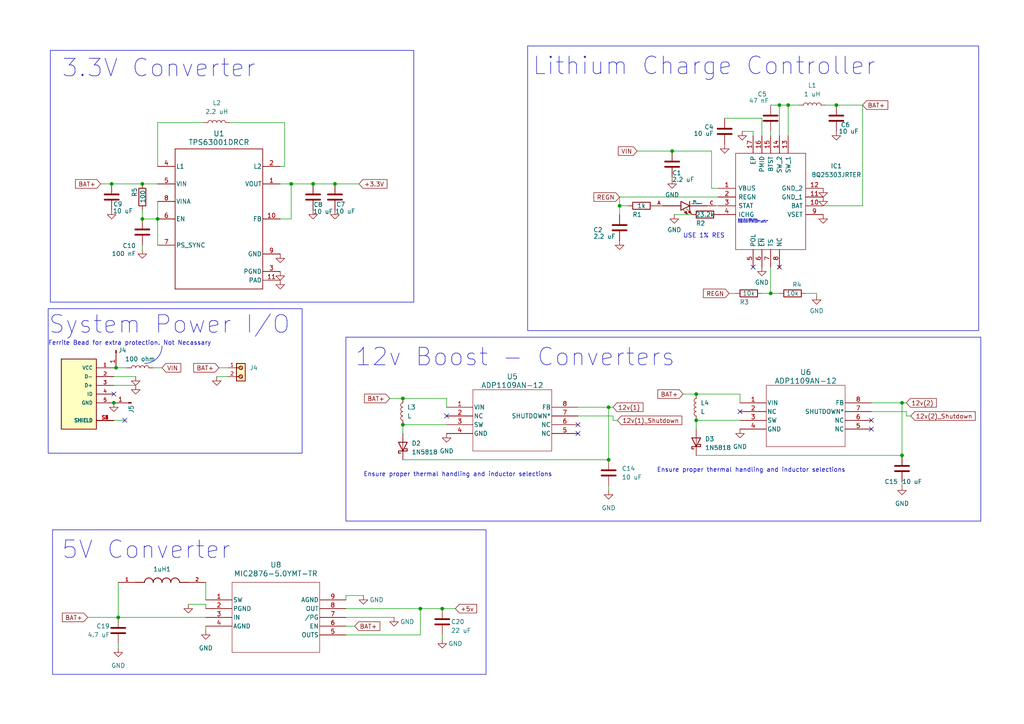
<source format=kicad_sch>
(kicad_sch (version 20230121) (generator eeschema)
  (paper "A4")
  (lib_symbols
    (symbol "(5v) Power Inductor:VLS252012HBX-1R0M-1" (pin_names (offset 1.016))
      (property "Reference" "L" (at -10.16 5.08 0))
      (property "Value" "VLS252012HBX-1R0M-1" (at -10.16 -5.08 0))
      (symbol "VLS252012HBX-1R0M-1_0_0"
        (arc (start -2.54 0) (mid -3.81 1.2645) (end -5.08 0) (stroke (width 0.254)))
        (arc (start 0 0) (mid -1.27 1.2645) (end -2.54 0) (stroke (width 0.254)))
        (polyline (pts (xy -5.08 0) (xy -7.62 0)) (stroke (width 0.254)))
        (polyline (pts (xy 5.08 0) (xy 7.62 0)) (stroke (width 0.254)))
        (arc (start 2.54 0) (mid 1.27 1.2645) (end 0 0) (stroke (width 0.254)))
        (arc (start 5.08 0) (mid 3.81 1.2645) (end 2.54 0) (stroke (width 0.254)))
        (pin passive line (at -12.7 0 0) (length 5.08) (name "~") (number "1"))
        (pin passive line (at 12.7 0 180) (length 5.08) (name "~") (number "2"))
      )
    )
    (symbol "0603 LED:LTST-C190KRKT" (pin_names (offset 1.016))
      (property "Reference" "D1" (at -1.524 -1.27 0))
      (property "Value" "LTST-C190KRKT" (at -2.159 -0.635 0))
      (symbol "LTST-C190KRKT_0_0"
        (polyline (pts (xy -5.08 0) (xy 0 0)) (stroke (width 0.254)))
        (polyline (pts (xy 0 -1.27) (xy 0 0)) (stroke (width 0.254)))
        (polyline (pts (xy 0 0) (xy 0 1.27)) (stroke (width 0.254)))
        (polyline (pts (xy 0 0) (xy 2.54 1.27)) (stroke (width 0.254)))
        (polyline (pts (xy 0.889 0.889) (xy -0.508 2.286)) (stroke (width 0.1524)))
        (polyline (pts (xy 2.032 1.016) (xy 0.635 2.413)) (stroke (width 0.1524)))
        (polyline (pts (xy 2.54 -1.27) (xy 0 0)) (stroke (width 0.254)))
        (polyline (pts (xy 2.54 -1.27) (xy 2.54 0)) (stroke (width 0.254)))
        (polyline (pts (xy 2.54 0) (xy 2.54 1.27)) (stroke (width 0.254)))
        (polyline (pts (xy 2.54 0) (xy 7.62 0)) (stroke (width 0.254)))
        (polyline (pts (xy -0.508 2.286) (xy 0.381 1.905) (xy -0.127 1.397) (xy -0.508 2.286)) (stroke (width 0.1524)) (fill (type outline)))
        (polyline (pts (xy 0.635 2.413) (xy 1.524 2.032) (xy 1.016 1.524) (xy 0.635 2.413)) (stroke (width 0.1524)) (fill (type outline)))
        (pin passive line (at 10.16 0 180) (length 2.54) (name "~") (number "A"))
        (pin passive line (at -7.62 0 0) (length 2.54) (name "~") (number "C"))
      )
    )
    (symbol "ADP1109AN-12_1" (pin_names (offset 0.254))
      (property "Reference" "U5" (at 36.83 8.89 0))
      (property "Value" "ADP1109AN-12" (at 36.83 6.35 0))
      (symbol "ADP1109AN-12_1_0_1"
        (polyline (pts (xy 25.4 -12.7) (xy 48.26 -12.7)) (stroke (width 0.127)))
        (polyline (pts (xy 25.4 5.08) (xy 25.4 -12.7)) (stroke (width 0.127)))
        (polyline (pts (xy 48.26 -12.7) (xy 48.26 5.08)) (stroke (width 0.127)))
        (polyline (pts (xy 48.26 5.08) (xy 25.4 5.08)) (stroke (width 0.127)))
        (pin unspecified line (at 17.78 0 0) (length 7.62) (name "VIN") (number "1"))
        (pin unspecified line (at 17.78 -2.54 0) (length 7.62) (name "NC") (number "2"))
        (pin unspecified line (at 17.78 -5.08 0) (length 7.62) (name "SW") (number "3"))
        (pin unspecified line (at 17.78 -7.62 0) (length 7.62) (name "GND") (number "4"))
        (pin unspecified line (at 55.88 -7.62 180) (length 7.62) (name "NC") (number "5"))
        (pin unspecified line (at 55.88 -5.08 180) (length 7.62) (name "NC") (number "6"))
        (pin unspecified line (at 55.88 -2.54 180) (length 7.62) (name "SHUTDOWN*") (number "7"))
        (pin unspecified line (at 55.88 0 180) (length 7.62) (name "FB") (number "8"))
      )
    )
    (symbol "BQ2530:BQ25303JRTER" (pin_names (offset 0.762))
      (property "Reference" "IC" (at 26.67 15.24 0))
      (property "Value" "BQ25303JRTER" (at 26.67 12.7 0))
      (symbol "BQ25303JRTER_0_0"
        (pin passive line (at 0 0 0) (length 5.08) (name "VBUS") (number "1"))
        (pin passive line (at 30.48 -5.08 180) (length 5.08) (name "BAT") (number "10"))
        (pin passive line (at 30.48 -2.54 180) (length 5.08) (name "GND_1") (number "11"))
        (pin passive line (at 30.48 0 180) (length 5.08) (name "GND_2") (number "12"))
        (pin passive line (at 20.32 15.24 270) (length 5.08) (name "SW_1") (number "13"))
        (pin passive line (at 17.78 15.24 270) (length 5.08) (name "SW_2") (number "14"))
        (pin passive line (at 15.24 15.24 270) (length 5.08) (name "BTST") (number "15"))
        (pin passive line (at 12.7 15.24 270) (length 5.08) (name "PMID") (number "16"))
        (pin passive line (at 10.16 15.24 270) (length 5.08) (name "EP") (number "17"))
        (pin passive line (at 0 -2.54 0) (length 5.08) (name "REGN") (number "2"))
        (pin passive line (at 0 -5.08 0) (length 5.08) (name "STAT") (number "3"))
        (pin passive line (at 0 -7.62 0) (length 5.08) (name "ICHG") (number "4"))
        (pin passive line (at 10.16 -22.86 90) (length 5.08) (name "POL") (number "5"))
        (pin passive line (at 12.7 -22.86 90) (length 5.08) (name "~{EN}") (number "6"))
        (pin passive line (at 15.24 -22.86 90) (length 5.08) (name "TS") (number "7"))
        (pin no_connect line (at 17.78 -22.86 90) (length 5.08) (name "NC") (number "8"))
        (pin passive line (at 30.48 -7.62 180) (length 5.08) (name "VSET") (number "9"))
      )
      (symbol "BQ25303JRTER_0_1"
        (polyline (pts (xy 5.08 10.16) (xy 25.4 10.16) (xy 25.4 -17.78) (xy 5.08 -17.78) (xy 5.08 10.16)) (stroke (width 0.1524)))
      )
    )
    (symbol "Battery Header:691213710002" (pin_names (offset 1.016))
      (property "Reference" "J" (at -4.88 -0.922 0))
      (property "Value" "691213710002" (at -4.83 -2.58 0))
      (symbol "691213710002_0_0"
        (rectangle (start -3.81 -2.54) (end 1.27 0) (stroke (width 0.254)) (fill (type background)))
        (circle (center -2.54 -1.27) (radius 0.508) (stroke (width 0.254)))
        (circle (center 0 -1.27) (radius 0.508) (stroke (width 0.254)))
        (polyline (pts (xy -2.54 -1.778) (xy -2.54 -2.54)) (stroke (width 0.254)))
        (polyline (pts (xy -2.286 -1.016) (xy -2.794 -1.524)) (stroke (width 0.1524)))
        (polyline (pts (xy 0 -1.778) (xy 0 -2.54)) (stroke (width 0.254)))
        (polyline (pts (xy 0.254 -1.016) (xy -0.254 -1.524)) (stroke (width 0.1524)))
        (pin passive line (at -2.54 -5.08 90) (length 2.54) (name "~") (number "1"))
        (pin passive line (at 0 -5.08 90) (length 2.54) (name "~") (number "2"))
      )
    )
    (symbol "Connector:Conn_01x01_Pin" (pin_names (offset 1.016) hide)
      (property "Reference" "J" (at 0 2.54 0))
      (property "Value" "Conn_01x01_Pin" (at 0 -2.54 0))
      (symbol "Conn_01x01_Pin_1_1"
        (polyline (pts (xy 1.27 0) (xy 0.8636 0)) (stroke (width 0.1524)))
        (rectangle (start 0.8636 0.127) (end 0 -0.127) (stroke (width 0.1524)) (fill (type outline)))
        (pin passive line (at 5.08 0 180) (length 3.81) (name "Pin_1") (number "1"))
      )
    )
    (symbol "Device:C" (pin_numbers hide) (pin_names (offset 0.254))
      (property "Reference" "C" (at 0.635 2.54 0))
      (property "Value" "C" (at 0.635 -2.54 0))
      (symbol "C_0_1"
        (polyline (pts (xy -2.032 -0.762) (xy 2.032 -0.762)) (stroke (width 0.508)))
        (polyline (pts (xy -2.032 0.762) (xy 2.032 0.762)) (stroke (width 0.508)))
      )
      (symbol "C_1_1"
        (pin passive line (at 0 3.81 270) (length 2.794) (name "~") (number "1"))
        (pin passive line (at 0 -3.81 90) (length 2.794) (name "~") (number "2"))
      )
    )
    (symbol "Device:L" (pin_numbers hide) (pin_names (offset 1.016) hide)
      (property "Reference" "L" (at -1.27 0 90))
      (property "Value" "L" (at 1.905 0 90))
      (symbol "L_0_1"
        (arc (start 0 -2.54) (mid 0.6323 -1.905) (end 0 -1.27))
        (arc (start 0 -1.27) (mid 0.6323 -0.635) (end 0 0))
        (arc (start 0 0) (mid 0.6323 0.635) (end 0 1.27))
        (arc (start 0 1.27) (mid 0.6323 1.905) (end 0 2.54))
      )
      (symbol "L_1_1"
        (pin passive line (at 0 3.81 270) (length 1.27) (name "1") (number "1"))
        (pin passive line (at 0 -3.81 90) (length 1.27) (name "2") (number "2"))
      )
    )
    (symbol "Device:R" (pin_numbers hide) (pin_names (offset 0))
      (property "Reference" "R" (at 2.032 0 90))
      (property "Value" "R" (at 0 0 90))
      (symbol "R_0_1"
        (rectangle (start -1.016 -2.54) (end 1.016 2.54) (stroke (width 0.254)))
      )
      (symbol "R_1_1"
        (pin passive line (at 0 3.81 270) (length 1.27) (name "~") (number "1"))
        (pin passive line (at 0 -3.81 90) (length 1.27) (name "~") (number "2"))
      )
    )
    (symbol "Diode:1N5818" (pin_numbers hide) (pin_names (offset 1.016) hide)
      (property "Reference" "D" (at 0 2.54 0))
      (property "Value" "1N5818" (at 0 -2.54 0))
      (symbol "1N5818_0_1"
        (polyline (pts (xy 1.27 0) (xy -1.27 0)))
        (polyline (pts (xy 1.27 1.27) (xy 1.27 -1.27) (xy -1.27 0) (xy 1.27 1.27)) (stroke (width 0.254)))
        (polyline (pts (xy -1.905 0.635) (xy -1.905 1.27) (xy -1.27 1.27) (xy -1.27 -1.27) (xy -0.635 -1.27) (xy -0.635 -0.635)) (stroke (width 0.254)))
      )
      (symbol "1N5818_1_1"
        (pin passive line (at -3.81 0 0) (length 2.54) (name "K") (number "1"))
        (pin passive line (at 3.81 0 180) (length 2.54) (name "A") (number "2"))
      )
    )
    (symbol "MIC2876:MIC2876-5.0YMT-TR" (pin_names (offset 0.254))
      (property "Reference" "U" (at 20.32 10.16 0))
      (property "Value" "MIC2876-5.0YMT-TR" (at 20.32 7.62 0))
      (symbol "MIC2876-5.0YMT-TR_0_1"
        (polyline (pts (xy 7.62 -15.24) (xy 33.02 -15.24)) (stroke (width 0.127)))
        (polyline (pts (xy 7.62 5.08) (xy 7.62 -15.24)) (stroke (width 0.127)))
        (polyline (pts (xy 33.02 -15.24) (xy 33.02 5.08)) (stroke (width 0.127)))
        (polyline (pts (xy 33.02 5.08) (xy 7.62 5.08)) (stroke (width 0.127)))
        (pin power_in line (at 0 0 0) (length 7.62) (name "SW") (number "1"))
        (pin power_out line (at 0 -2.54 0) (length 7.62) (name "PGND") (number "2"))
        (pin power_in line (at 0 -5.08 0) (length 7.62) (name "IN") (number "3"))
        (pin power_out line (at 0 -7.62 0) (length 7.62) (name "AGND") (number "4"))
        (pin unspecified line (at 40.64 -10.16 180) (length 7.62) (name "OUTS") (number "5"))
        (pin input line (at 40.64 -7.62 180) (length 7.62) (name "EN") (number "6"))
        (pin output line (at 40.64 -5.08 180) (length 7.62) (name "/PG") (number "7"))
        (pin power_in line (at 40.64 -2.54 180) (length 7.62) (name "OUT") (number "8"))
        (pin power_out line (at 40.64 0 180) (length 7.62) (name "AGND") (number "9"))
      )
    )
    (symbol "Micro USB F:10118192-0002LF" (pin_names (offset 1.016))
      (property "Reference" "J" (at -5.08 11.43 0))
      (property "Value" "10118192-0002LF" (at -5.08 -12.7 0))
      (symbol "10118192-0002LF_0_0"
        (rectangle (start -5.08 -10.16) (end 5.08 10.16) (stroke (width 0.254)) (fill (type background)))
        (pin power_in line (at -10.16 7.62 0) (length 5.08) (name "VCC") (number "1"))
        (pin bidirectional line (at -10.16 5.08 0) (length 5.08) (name "D-") (number "2"))
        (pin bidirectional line (at -10.16 2.54 0) (length 5.08) (name "D+") (number "3"))
        (pin bidirectional line (at -10.16 0 0) (length 5.08) (name "ID") (number "4"))
        (pin power_in line (at -10.16 -2.54 0) (length 5.08) (name "GND") (number "5"))
        (pin passive line (at -10.16 -7.62 0) (length 5.08) (name "SHIELD") (number "S1"))
        (pin passive line (at -10.16 -7.62 0) (length 5.08) (name "SHIELD") (number "S2"))
        (pin passive line (at -10.16 -7.62 0) (length 5.08) (name "SHIELD") (number "S3"))
        (pin passive line (at -10.16 -7.62 0) (length 5.08) (name "SHIELD") (number "S4"))
        (pin passive line (at -10.16 -7.62 0) (length 5.08) (name "SHIELD") (number "S5"))
        (pin passive line (at -10.16 -7.62 0) (length 5.08) (name "SHIELD") (number "S6"))
      )
    )
    (symbol "TPS63001:TPS63001DRCR" (pin_names (offset 0.254))
      (property "Reference" "U" (at 0 2.54 0))
      (property "Value" "TPS63001DRCR" (at 0 0 0))
      (symbol "TPS63001DRCR_0_1"
        (polyline (pts (xy -12.7 -20.32) (xy 12.7 -20.32)) (stroke (width 0.2032)))
        (polyline (pts (xy -12.7 20.32) (xy -12.7 -20.32)) (stroke (width 0.2032)))
        (polyline (pts (xy 12.7 -20.32) (xy 12.7 20.32)) (stroke (width 0.2032)))
        (polyline (pts (xy 12.7 20.32) (xy -12.7 20.32)) (stroke (width 0.2032)))
        (pin power_in line (at 17.78 10.16 180) (length 5.08) (name "VOUT") (number "1"))
        (pin input line (at 17.78 0 180) (length 5.08) (name "FB") (number "10"))
        (pin power_in line (at 17.78 -17.78 180) (length 5.08) (name "PAD") (number "11"))
        (pin unspecified line (at 17.78 15.24 180) (length 5.08) (name "L2") (number "2"))
        (pin power_in line (at 17.78 -15.24 180) (length 5.08) (name "PGND") (number "3"))
        (pin unspecified line (at -17.78 15.24 0) (length 5.08) (name "L1") (number "4"))
        (pin power_in line (at -17.78 10.16 0) (length 5.08) (name "VIN") (number "5"))
        (pin input line (at -17.78 0 0) (length 5.08) (name "EN") (number "6"))
        (pin input line (at -17.78 -7.62 0) (length 5.08) (name "PS_SYNC") (number "7"))
        (pin power_in line (at -17.78 5.08 0) (length 5.08) (name "VINA") (number "8"))
        (pin power_in line (at 17.78 -10.16 180) (length 5.08) (name "GND") (number "9"))
      )
    )
    (symbol "power:GND" (power) (pin_names (offset 0))
      (property "Value" "GND" (at 0 -3.81 0))
      (symbol "GND_0_1"
        (polyline (pts (xy 0 0) (xy 0 -1.27) (xy 1.27 -1.27) (xy 0 -2.54) (xy -1.27 -1.27) (xy 0 -1.27)))
      )
      (symbol "GND_1_1"
        (pin power_in line (at 0 0 270) (length 0) hide (name "GND") (number "1"))
      )
    )
  )
  (junction (at 84.455 53.34))
  (junction (at 242.57 30.48))
  (junction (at 33.655 106.68))
  (junction (at 121.92 176.53))
  (junction (at 176.53 118.11))
  (junction (at 90.805 53.34))
  (junction (at 226.06 30.48))
  (junction (at 128.27 176.53))
  (junction (at 97.155 53.34))
  (junction (at 261.62 132.08))
  (junction (at 261.62 116.84))
  (junction (at 41.275 53.34))
  (junction (at 223.52 85.09))
  (junction (at 116.84 115.57))
  (junction (at 201.93 114.3))
  (junction (at 179.705 59.69))
  (junction (at 32.385 53.34))
  (junction (at 116.84 123.19))
  (junction (at 194.945 43.815))
  (junction (at 33.02 116.84))
  (junction (at 228.6 30.48))
  (junction (at 45.72 63.5))
  (junction (at 201.93 121.92))
  (junction (at 34.29 179.07))
  (junction (at 41.275 63.5))
  (junction (at 176.53 133.35))
  (no_connect (at 226.06 77.47))
  (no_connect (at 252.73 124.46))
  (no_connect (at 214.63 119.38))
  (no_connect (at 167.64 125.73))
  (no_connect (at 33.02 114.3))
  (no_connect (at 167.64 123.19))
  (no_connect (at 218.44 77.47))
  (no_connect (at 129.54 120.65))
  (no_connect (at 36.195 121.92))
  (no_connect (at 252.73 121.92))
  (wire (pts (xy 179.705 57.15) (xy 208.28 57.15)))
  (wire (pts (xy 195.58 62.23) (xy 200.66 62.23)))
  (wire (pts (xy 114.3 179.07) (xy 100.33 179.07)))
  (wire (pts (xy 184.785 43.815) (xy 194.945 43.815)))
  (wire (pts (xy 206.375 43.815) (xy 194.945 43.815)))
  (wire (pts (xy 128.27 184.15) (xy 128.27 185.42)))
  (wire (pts (xy 179.705 62.23) (xy 179.705 59.69)))
  (wire (pts (xy 262.89 120.65) (xy 262.89 119.38)))
  (wire (pts (xy 66.675 35.56) (xy 82.55 35.56)))
  (wire (pts (xy 220.98 85.09) (xy 223.52 85.09)))
  (wire (pts (xy 34.29 186.69) (xy 34.29 187.96)))
  (wire (pts (xy 34.29 168.91) (xy 34.29 179.07)))
  (wire (pts (xy 44.45 106.68) (xy 46.99 106.68)))
  (wire (pts (xy 113.03 115.57) (xy 116.84 115.57)))
  (wire (pts (xy 226.06 85.09) (xy 223.52 85.09)))
  (wire (pts (xy 223.52 30.48) (xy 226.06 30.48)))
  (wire (pts (xy 84.455 53.34) (xy 81.28 53.34)))
  (wire (pts (xy 116.84 123.19) (xy 129.54 123.19)))
  (wire (pts (xy 33.02 106.68) (xy 33.655 106.68)))
  (wire (pts (xy 201.93 124.46) (xy 201.93 121.92)))
  (wire (pts (xy 90.805 53.34) (xy 97.155 53.34)))
  (wire (pts (xy 228.6 30.48) (xy 231.775 30.48)))
  (wire (pts (xy 29.21 53.34) (xy 32.385 53.34)))
  (wire (pts (xy 261.62 116.84) (xy 262.89 116.84)))
  (wire (pts (xy 59.69 175.26) (xy 59.69 176.53)))
  (wire (pts (xy 262.89 119.38) (xy 252.73 119.38)))
  (wire (pts (xy 100.33 172.72) (xy 105.41 172.72)))
  (wire (pts (xy 177.8 120.65) (xy 167.64 120.65)))
  (wire (pts (xy 176.53 118.11) (xy 167.64 118.11)))
  (wire (pts (xy 121.92 176.53) (xy 128.27 176.53)))
  (wire (pts (xy 45.72 35.56) (xy 59.055 35.56)))
  (wire (pts (xy 62.865 109.22) (xy 66.04 109.22)))
  (wire (pts (xy 201.93 114.3) (xy 214.63 114.3)))
  (wire (pts (xy 198.12 114.3) (xy 201.93 114.3)))
  (wire (pts (xy 41.275 63.5) (xy 45.72 63.5)))
  (wire (pts (xy 242.57 30.48) (xy 239.395 30.48)))
  (wire (pts (xy 45.72 35.56) (xy 45.72 48.26)))
  (wire (pts (xy 214.63 116.84) (xy 214.63 114.3)))
  (wire (pts (xy 129.54 118.11) (xy 129.54 115.57)))
  (wire (pts (xy 100.33 176.53) (xy 121.92 176.53)))
  (wire (pts (xy 63.5 106.68) (xy 66.04 106.68)))
  (wire (pts (xy 228.6 30.48) (xy 228.6 39.37)))
  (wire (pts (xy 226.06 30.48) (xy 226.06 39.37)))
  (wire (pts (xy 81.28 48.26) (xy 82.55 48.26)))
  (wire (pts (xy 39.37 111.76) (xy 33.02 111.76)))
  (wire (pts (xy 41.275 71.12) (xy 41.275 72.39)))
  (wire (pts (xy 218.44 38.1) (xy 218.44 39.37)))
  (wire (pts (xy 238.76 59.69) (xy 250.19 59.69)))
  (wire (pts (xy 116.84 125.73) (xy 116.84 123.19)))
  (wire (pts (xy 179.705 59.69) (xy 179.705 57.15)))
  (wire (pts (xy 201.93 121.92) (xy 214.63 121.92)))
  (wire (pts (xy 176.53 142.24) (xy 176.53 140.97)))
  (wire (pts (xy 223.52 38.1) (xy 223.52 39.37)))
  (wire (pts (xy 82.55 35.56) (xy 82.55 48.26)))
  (wire (pts (xy 207.645 59.69) (xy 208.28 59.69)))
  (wire (pts (xy 84.455 53.34) (xy 84.455 63.5)))
  (wire (pts (xy 33.02 121.92) (xy 36.195 121.92)))
  (wire (pts (xy 102.87 181.61) (xy 100.33 181.61)))
  (wire (pts (xy 84.455 53.34) (xy 90.805 53.34)))
  (wire (pts (xy 45.72 63.5) (xy 45.72 71.12)))
  (wire (pts (xy 121.92 184.15) (xy 121.92 176.53)))
  (wire (pts (xy 25.4 179.07) (xy 34.29 179.07)))
  (wire (pts (xy 84.455 63.5) (xy 81.28 63.5)))
  (wire (pts (xy 100.33 172.72) (xy 100.33 173.99)))
  (wire (pts (xy 33.655 106.68) (xy 36.83 106.68)))
  (wire (pts (xy 250.19 30.48) (xy 250.19 59.69)))
  (wire (pts (xy 201.93 132.08) (xy 261.62 132.08)))
  (wire (pts (xy 41.275 53.34) (xy 45.72 53.34)))
  (wire (pts (xy 54.61 175.26) (xy 59.69 175.26)))
  (wire (pts (xy 211.455 85.09) (xy 213.36 85.09)))
  (wire (pts (xy 242.57 30.48) (xy 250.19 30.48)))
  (wire (pts (xy 34.29 179.07) (xy 59.69 179.07)))
  (wire (pts (xy 261.62 116.84) (xy 252.73 116.84)))
  (wire (pts (xy 97.155 53.34) (xy 104.14 53.34)))
  (wire (pts (xy 116.84 133.35) (xy 176.53 133.35)))
  (wire (pts (xy 32.385 53.34) (xy 41.275 53.34)))
  (wire (pts (xy 100.33 184.15) (xy 121.92 184.15)))
  (wire (pts (xy 176.53 133.35) (xy 176.53 118.11)))
  (wire (pts (xy 218.44 38.1) (xy 215.265 38.1)))
  (wire (pts (xy 220.98 34.29) (xy 220.98 39.37)))
  (wire (pts (xy 128.27 176.53) (xy 132.08 176.53)))
  (wire (pts (xy 261.62 132.08) (xy 261.62 116.84)))
  (wire (pts (xy 223.52 77.47) (xy 223.52 85.09)))
  (wire (pts (xy 264.16 120.65) (xy 262.89 120.65)))
  (wire (pts (xy 176.53 118.11) (xy 177.8 118.11)))
  (wire (pts (xy 233.68 85.09) (xy 236.855 85.09)))
  (wire (pts (xy 116.84 115.57) (xy 129.54 115.57)))
  (wire (pts (xy 179.07 121.92) (xy 177.8 121.92)))
  (wire (pts (xy 194.945 52.07) (xy 194.945 51.435)))
  (wire (pts (xy 206.375 43.815) (xy 206.375 54.61)))
  (wire (pts (xy 261.62 140.97) (xy 261.62 139.7)))
  (wire (pts (xy 236.855 85.09) (xy 236.855 85.725)))
  (wire (pts (xy 45.72 58.42) (xy 45.72 63.5)))
  (wire (pts (xy 210.185 34.29) (xy 220.98 34.29)))
  (wire (pts (xy 59.69 181.61) (xy 59.69 182.88)))
  (wire (pts (xy 59.69 168.91) (xy 59.69 173.99)))
  (wire (pts (xy 226.06 30.48) (xy 228.6 30.48)))
  (wire (pts (xy 39.37 109.22) (xy 33.02 109.22)))
  (wire (pts (xy 41.275 60.96) (xy 41.275 63.5)))
  (wire (pts (xy 206.375 54.61) (xy 208.28 54.61)))
  (wire (pts (xy 179.705 59.69) (xy 182.245 59.69)))
  (wire (pts (xy 177.8 121.92) (xy 177.8 120.65)))
  (rectangle (start 14.605 14.605) (end 120.015 87.63))
  (rectangle (start 153.035 13.335) (end 283.845 95.885))
  (rectangle (start 100.33 97.79) (end 284.48 151.13))
  (rectangle (start 13.97 89.535) (end 87.63 131.445))
  (arc (start 46.99 100.33) (mid 45.5021 103.9221) (end 41.91 105.41))
  (rectangle (start 15.24 153.67) (end 140.97 195.58))
  (text "12v Boost - Converters\n" (at 102.87 106.68 0) (effects (font (size 5.08 5.08)) (justify left bottom)))
  (text "3.3V Converter\n" (at 17.78 22.86 0) (effects (font (size 5.08 5.08)) (justify left bottom)))
  (text "Section 3.5 of 18650 Battery\nCharge Current Standard Charge = 1700 mA\nCharge Current For Life Cycle = 1020 mA\n" (at 213.995 64.77 0) (effects (font (size 0.254 0.254)) (justify left bottom)))
  (text "USE 1% RES\n" (at 198.12 69.215 0) (effects (font (size 1.27 1.27)) (justify left bottom)))
  (text "Ferrite Bead for extra protection. Not Necassary" (at 13.97 100.33 0) (effects (font (size 1.27 1.27)) (justify left bottom)))
  (text "5V Converter\n" (at 17.78 162.56 0) (effects (font (size 5.08 5.08)) (justify left bottom)))
  (text "Lithium Charge Controller\n" (at 154.305 22.225 0) (effects (font (size 5.08 5.08)) (justify left bottom)))
  (text "Ensure proper thermal handling and inductor selections" (at 105.41 138.43 0) (effects (font (size 1.27 1.27)) (justify left bottom)))
  (text "Ensure proper thermal handling and inductor selections" (at 190.5 137.16 0) (effects (font (size 1.27 1.27)) (justify left bottom)))
  (text "System Power I/O\n\n" (at 13.97 105.41 0) (effects (font (size 5.08 5.08)) (justify left bottom)))
  (global_label "BAT+" (shape input) (at 63.5 106.68 180) (property "Intersheetrefs" "${INTERSHEET_REFS}" (effects hide)))
  (global_label "REGN" (shape input) (at 211.455 85.09 180) (property "Intersheetrefs" "${INTERSHEET_REFS}" (effects hide)))
  (global_label "12v(2)_Shutdown" (shape input) (at 264.16 120.65 0) (property "Intersheetrefs" "${INTERSHEET_REFS}" (effects hide)))
  (global_label "12v(1)_Shutdown" (shape input) (at 179.07 121.92 0) (property "Intersheetrefs" "${INTERSHEET_REFS}" (effects hide)))
  (global_label "BAT+" (shape input) (at 102.87 181.61 0) (property "Intersheetrefs" "${INTERSHEET_REFS}" (effects hide)))
  (global_label "BAT+" (shape input) (at 250.19 30.48 0) (property "Intersheetrefs" "${INTERSHEET_REFS}" (effects hide)))
  (global_label "VIN" (shape input) (at 46.99 106.68 0) (property "Intersheetrefs" "${INTERSHEET_REFS}" (effects hide)))
  (global_label "+3.3V" (shape input) (at 104.14 53.34 0) (property "Intersheetrefs" "${INTERSHEET_REFS}" (effects hide)))
  (global_label "VIN" (shape input) (at 184.785 43.815 180) (property "Intersheetrefs" "${INTERSHEET_REFS}" (effects hide)))
  (global_label "12v(1)" (shape input) (at 177.8 118.11 0) (property "Intersheetrefs" "${INTERSHEET_REFS}" (effects hide)))
  (global_label "REGN" (shape input) (at 179.705 57.15 180) (property "Intersheetrefs" "${INTERSHEET_REFS}" (effects hide)))
  (global_label "BAT+" (shape input) (at 113.03 115.57 180) (property "Intersheetrefs" "${INTERSHEET_REFS}" (effects hide)))
  (global_label "BAT+" (shape input) (at 198.12 114.3 180) (property "Intersheetrefs" "${INTERSHEET_REFS}" (effects hide)))
  (global_label "BAT+" (shape input) (at 29.21 53.34 180) (property "Intersheetrefs" "${INTERSHEET_REFS}" (effects hide)))
  (global_label "BAT+" (shape input) (at 25.4 179.07 180) (property "Intersheetrefs" "${INTERSHEET_REFS}" (effects hide)))
  (global_label "12v(2)" (shape input) (at 262.89 116.84 0) (property "Intersheetrefs" "${INTERSHEET_REFS}" (effects hide)))
  (global_label "+5v" (shape input) (at 132.08 176.53 0) (property "Intersheetrefs" "${INTERSHEET_REFS}" (effects hide)))
  (symbol (lib_id "Device:C") (at 261.62 135.89 0) (unit 1)
    (property "Reference" "C15" (at 256.54 139.7 0) (effects (justify left)))
    (property "Value" "10 uF" (at 261.62 139.7 0) (effects (justify left)))
    (property "Footprint" "Capacitor_SMD:C_0603_1608Metric_Pad1.08x0.95mm_HandSolder" (effects hide))
  )
  (symbol (lib_id "power:GND") (at 220.98 77.47 0) (unit 1)
    (property "Reference" "#PWR04" (effects hide))
    (property "Value" "GND" (at 220.98 81.915 0))
  )
  (symbol (lib_id "power:GND") (at 128.27 185.42 0) (unit 1)
    (property "Reference" "#PWR060" (effects hide))
    (property "Value" "GND" (at 132.08 186.69 0))
  )
  (symbol (lib_id "power:GND") (at 81.28 73.66 0) (unit 1)
    (property "Reference" "#PWR017" (effects hide))
    (property "Value" "GND" (effects hide))
  )
  (symbol (lib_id "Device:L") (at 235.585 30.48 90) (unit 1)
    (property "Reference" "L1" (at 235.585 24.765 90))
    (property "Value" "1 uH" (at 235.585 27.305 90))
    (property "Footprint" "1 uH Ind:IND_VLS252012HBX-1R0M-1" (effects hide))
    (property "partno" "VLS252012HBX-1R0M-1" (effects hide))
  )
  (symbol (lib_id "power:GND") (at 62.865 109.22 0) (unit 1)
    (property "Reference" "#PWR035" (effects hide))
    (property "Value" "GND" (effects hide))
  )
  (symbol (lib_id "power:GND") (at 242.57 38.1 0) (unit 1)
    (property "Reference" "#PWR012" (effects hide))
    (property "Value" "GND" (effects hide))
  )
  (symbol (lib_id "power:GND") (at 236.855 85.725 0) (unit 1)
    (property "Reference" "#PWR05" (effects hide))
    (property "Value" "GND" (at 236.855 90.17 0))
  )
  (symbol (lib_id "power:GND") (at 129.54 125.73 0) (unit 1)
    (property "Reference" "#PWR037" (effects hide))
    (property "Value" "GND" (at 129.54 130.81 0))
  )
  (symbol (lib_id "power:GND") (at 33.02 116.84 0) (unit 1)
    (property "Reference" "#PWR029" (effects hide))
    (property "Value" "GND" (effects hide))
  )
  (symbol (lib_id "Device:C") (at 32.385 57.15 0) (unit 1)
    (property "Reference" "C9" (at 32.8158 59.1893 0) (effects (justify left)))
    (property "Value" "10 uF" (at 32.7162 61.1824 0) (effects (justify left)))
    (property "Footprint" "Capacitor_SMD:C_0603_1608Metric_Pad1.08x0.95mm_HandSolder" (effects hide))
  )
  (symbol (lib_id "power:GND") (at 238.76 54.61 0) (unit 1)
    (property "Reference" "#PWR09" (effects hide))
    (property "Value" "GND" (effects hide))
  )
  (symbol (lib_id "Device:C") (at 90.805 57.15 0) (unit 1)
    (property "Reference" "C8" (at 90.9089 59.3424 0) (effects (justify left)))
    (property "Value" "10 uF" (at 90.7761 61.3576 0) (effects (justify left)))
    (property "Footprint" "Capacitor_SMD:C_0603_1608Metric_Pad1.08x0.95mm_HandSolder" (effects hide))
  )
  (symbol (lib_id "Diode:1N5818") (at 201.93 128.27 90) (unit 1)
    (property "Reference" "D3" (at 204.47 127.3175 90) (effects (justify right)))
    (property "Value" "1N5818" (at 204.47 129.8575 90) (effects (justify right)))
    (property "Footprint" "Diode_THT:D_DO-41_SOD81_P10.16mm_Horizontal" (effects hide))
    (property "Datasheet" "http://www.vishay.com/docs/88525/1n5817.pdf" (effects hide))
  )
  (symbol (lib_id "Device:C") (at 176.53 137.16 0) (unit 1)
    (property "Reference" "C14" (at 180.34 135.89 0) (effects (justify left)))
    (property "Value" "10 uF" (at 180.34 138.43 0) (effects (justify left)))
    (property "Footprint" "Capacitor_SMD:C_0603_1608Metric_Pad1.08x0.95mm_HandSolder" (effects hide))
  )
  (symbol (lib_id "power:GND") (at 261.62 140.97 0) (unit 1)
    (property "Reference" "#PWR039" (effects hide))
    (property "Value" "GND" (at 261.62 146.05 0))
  )
  (symbol (lib_id "(5v) Power Inductor:VLS252012HBX-1R0M-1") (at 46.99 168.91 0) (unit 1)
    (property "Reference" "1uH1" (at 46.99 165.1 0))
    (property "Value" "VLS252012HBX-1R0M-1" (effects hide))
    (property "Footprint" "1 uH Ind:IND_VLS252012HBX-1R0M-1" (effects hide))
    (property "MF" "TDK Electronics" (effects hide))
    (property "MAXIMUM_PACKAGE_HEIGHT" "1.2 mm" (effects hide))
    (property "Package" "None" (effects hide))
    (property "Price" "None" (effects hide))
    (property "Check_prices" "https://www.snapeda.com/parts/VLS252012HBX-1R0M-1/TDK/view-part/?ref=eda" (effects hide))
    (property "STANDARD" "Manufacturer Recommendations" (effects hide))
    (property "PARTREV" "N/A" (effects hide))
    (property "SnapEDA_Link" "https://www.snapeda.com/parts/VLS252012HBX-1R0M-1/TDK/view-part/?ref=snap" (effects hide))
    (property "MP" "VLS252012HBX-1R0M-1" (effects hide))
    (property "Purchase-URL" "https://www.snapeda.com/api/url_track_click_mouser/?unipart_id=13593159&manufacturer=TDK Electronics&part_name=VLS252012HBX-1R0M-1&search_term=vls252012hbx-1r0m-1" (effects hide))
    (property "Description" "\n1 µH Shielded Drum Core, Wirewound Inductor 3.4 A 56mOhm Max 1008 (2520 Metric)\n" (effects hide))
    (property "Availability" "In Stock" (effects hide))
    (property "MANUFACTURER" "TDK" (effects hide))
  )
  (symbol (lib_id "Connector:Conn_01x01_Pin") (at 38.1 116.84 180) (unit 1)
    (property "Reference" "J5" (at 38.1 117.475 90) (effects (justify left)))
    (property "Value" "Conn_01x01_Pin" (effects hide))
    (property "Footprint" "Connector_PinHeader_2.54mm:PinHeader_1x01_P2.54mm_Vertical" (effects hide))
  )
  (symbol (lib_id "power:GND") (at 214.63 124.46 0) (unit 1)
    (property "Reference" "#PWR038" (effects hide))
    (property "Value" "GND" (at 214.63 129.54 0))
  )
  (symbol (lib_id "power:GND") (at 34.29 187.96 0) (unit 1)
    (property "Reference" "#PWR055" (effects hide))
    (property "Value" "GND" (at 34.29 193.04 0))
  )
  (symbol (lib_id "Device:L") (at 116.84 119.38 180) (unit 1)
    (property "Reference" "L3" (at 118.11 118.11 0) (effects (justify right)))
    (property "Value" "L" (at 118.11 120.65 0) (effects (justify right)))
    (property "Footprint" "12v Power Ind:46473C" (effects hide))
  )
  (symbol (lib_id "Battery Header:691213710002") (at 71.12 109.22 270) (unit 1)
    (property "Reference" "J4" (at 72.39 106.68 90) (effects (justify left)))
    (property "Value" "691213710002" (effects hide))
    (property "Footprint" "Connector_PinSocket_2.54mm:PinSocket_1x02_P2.54mm_Horizontal" (effects hide))
    (property "WIRE" "26 to 16 (AWG) 0.129 to 1.31 (mm²)" (effects hide))
    (property "Description" "\n2 Position Wire to Board Terminal Block Horizontal with Board 0.197 (5.00mm) Through Hole\n" (effects hide))
    (property "Package" "None" (effects hide))
    (property "Purchase-URL" "https://www.snapeda.com/api/url_track_click_mouser/?unipart_id=4885119&manufacturer=Wurth Elektronik&part_name=691213710002&search_term=5mm pitch 2 position" (effects hide))
    (property "MOUNT" "THT" (effects hide))
    (property "IR-VDE" "10A" (effects hide))
    (property "IR-UL" "10A" (effects hide))
    (property "SnapEDA_Link" "https://www.snapeda.com/parts/691213710002/Wurth+Elektronik/view-part/?ref=snap" (effects hide))
    (property "Availability" "In Stock" (effects hide))
    (property "WORKING-VOLTAGE-UL" "300V (AC)" (effects hide))
    (property "PINS" "2" (effects hide))
    (property "MF" "Wurth Elektronik" (effects hide))
    (property "DATASHEET-URL" "https://www.we-online.com/redexpert/spec/691213710002?ae" (effects hide))
    (property "MP" "691213710002" (effects hide))
    (property "PITCH" "5mm" (effects hide))
    (property "PART-NUMBER" "691213710002" (effects hide))
    (property "WORKING-VOLTAGE-VDE" "250V (AC)" (effects hide))
    (property "TYPE" "Horizontal" (effects hide))
    (property "Price" "None" (effects hide))
    (property "Check_prices" "https://www.snapeda.com/parts/691213710002/Wurth+Elektronik/view-part/?ref=eda" (effects hide))
  )
  (symbol (lib_id "power:GND") (at 238.76 62.23 0) (unit 1)
    (property "Reference" "#PWR06" (effects hide))
    (property "Value" "GND" (effects hide))
  )
  (symbol (lib_id "power:GND") (at 238.76 57.15 0) (unit 1)
    (property "Reference" "#PWR08" (effects hide))
    (property "Value" "GND" (effects hide))
  )
  (symbol (lib_name "ADP1109AN-12_1") (lib_id "ADP1109:ADP1109AN-12") (at 196.85 116.84 0) (unit 1)
    (property "Reference" "U6" (at 233.68 107.95 0) (effects (font (size 1.524 1.524))))
    (property "Value" "ADP1109AN-12" (at 233.68 110.49 0) (effects (font (size 1.524 1.524))))
    (property "Footprint" "ADP1109:N_8_ADI" (effects hide))
    (property "Datasheet" "ADP1109AN-12" (effects hide))
  )
  (symbol (lib_id "Device:R") (at 217.17 85.09 90) (unit 1)
    (property "Reference" "R3" (at 215.9 87.63 90))
    (property "Value" "10k" (at 217.17 85.09 90))
    (property "Footprint" "Resistor_SMD:R_0603_1608Metric_Pad0.98x0.95mm_HandSolder" (effects hide))
  )
  (symbol (lib_id "Device:C") (at 210.185 38.1 0) (mirror y) (unit 1)
    (property "Reference" "C4" (at 207.01 36.83 0) (effects (justify left)))
    (property "Value" "10 uF" (at 207.01 38.735 0) (effects (justify left)))
    (property "Footprint" "Capacitor_SMD:C_0603_1608Metric_Pad1.08x0.95mm_HandSolder" (effects hide))
  )
  (symbol (lib_id "power:GND") (at 39.37 111.76 0) (unit 1)
    (property "Reference" "#PWR027" (effects hide))
    (property "Value" "GND" (effects hide))
  )
  (symbol (lib_id "Device:R") (at 41.275 57.15 180) (unit 1)
    (property "Reference" "R5" (at 39.0267 55.755 90))
    (property "Value" "100" (at 41.4184 57.0256 90))
    (property "Footprint" "Resistor_SMD:R_0603_1608Metric_Pad0.98x0.95mm_HandSolder" (effects hide))
  )
  (symbol (lib_id "BQ2530:BQ25303JRTER") (at 208.28 54.61 0) (unit 1)
    (property "Reference" "IC1" (at 242.57 48.1583 0))
    (property "Value" "BQ25303JRTER" (at 242.57 50.6983 0))
    (property "Footprint" "BQ2530:RTE0016C_NV" (effects hide))
    (property "Datasheet" "https://www.ti.com/lit/ds/symlink/bq25303j.pdf?ts=1614639374775&ref_url=https%253A%252F%252Fwww.ti.com%252Fpower-management%252Fbattery-management%252Fcharger-ics%252Fproducts.html" (effects hide))
    (property "Description" "Battery Management Standalone 1-cell 17-V, 3.0-A battery charger with JEITA battery temperature monitoring 16-WQFN -40 to 85" (effects hide))
    (property "Height" "0.8" (effects hide))
    (property "Manufacturer_Name" "Texas Instruments" (effects hide))
    (property "Manufacturer_Part_Number" "BQ25303JRTER" (effects hide))
    (property "Mouser Part Number" "595-BQ25303JRTER" (effects hide))
    (property "Mouser Price/Stock" "https://www.mouser.co.uk/ProductDetail/Texas-Instruments/BQ25303JRTER?qs=DRkmTr78QARA1C7%2F12q3og%3D%3D" (effects hide))
    (property "Arrow Part Number" "BQ25303JRTER" (effects hide))
    (property "Arrow Price/Stock" "https://www.arrow.com/en/products/bq25303jrter/texas-instruments?region=nac" (effects hide))
  )
  (symbol (lib_id "Device:C") (at 179.705 66.04 0) (unit 1)
    (property "Reference" "C2" (at 172.085 66.675 0) (effects (justify left)))
    (property "Value" "2.2 uF" (at 172.085 68.58 0) (effects (justify left)))
    (property "Footprint" "Capacitor_SMD:C_0603_1608Metric_Pad1.08x0.95mm_HandSolder" (effects hide))
  )
  (symbol (lib_id "power:GND") (at 97.155 60.96 0) (unit 1)
    (property "Reference" "#PWR013" (effects hide))
    (property "Value" "GND" (effects hide))
  )
  (symbol (lib_id "0603 LED:LTST-C190KRKT") (at 200.025 59.69 180) (unit 1)
    (property "Reference" "D1" (at 201.549 58.42 0) (effects (font (size 0.508 0.508))))
    (property "Value" "LTST-C190KRKT" (at 202.184 59.055 0) (effects (font (size 0.254 0.254))))
    (property "Footprint" "0603 LED:LED_150060GS75000_WRE-M" (effects hide))
    (property "MF" "Lite-On Inc." (effects hide))
    (property "DESCRIPTION" "Yellow 588nm LED Indication - Discrete 2.1V 0603 (1608 Metric)" (effects hide))
    (property "PACKAGE" "0603 Lite-On" (effects hide))
    (property "PRICE" "None" (effects hide))
    (property "Package" "0603 Lite-On" (effects hide))
    (property "Check_prices" "https://www.snapeda.com/parts/LTST-C190KRKT/Lite-On+Inc./view-part/?ref=eda" (effects hide))
    (property "Price" "None" (effects hide))
    (property "SnapEDA_Link" "https://www.snapeda.com/parts/LTST-C190KRKT/Lite-On+Inc./view-part/?ref=snap" (effects hide))
    (property "MP" "LTST-C190KRKT" (effects hide))
    (property "Purchase-URL" "https://www.snapeda.com/api/url_track_click_mouser/?unipart_id=49359&manufacturer=Lite-On Inc.&part_name=LTST-C190KRKT&search_term=None" (effects hide))
    (property "Description" "\nRed 631nm LED Indication - Discrete 2V 0603 (1608 Metric)\n" (effects hide))
    (property "Availability" "In Stock" (effects hide))
    (property "AVAILABILITY" "In Stock" (effects hide))
    (property "PURCHASE-URL" "https://pricing.snapeda.com/search/part/LTST-C190YKT/?ref=eda" (effects hide))
  )
  (symbol (lib_id "power:GND") (at 176.53 142.24 0) (unit 1)
    (property "Reference" "#PWR036" (effects hide))
    (property "Value" "GND" (at 176.53 147.32 0))
  )
  (symbol (lib_id "Micro USB F:10118192-0002LF") (at 22.86 114.3 0) (mirror y) (unit 1)
    (property "Reference" "J1" (effects hide))
    (property "Value" "10118192-0002LF" (effects hide))
    (property "Footprint" "Micro USB:AMPHENOL_10118192-0001LF" (effects hide))
    (property "MF" "Amphenol ICC" (effects hide))
    (property "MAXIMUM_PACKAGE_HEIGHT" "2.8mm" (effects hide))
    (property "Package" "None" (effects hide))
    (property "Price" "None" (effects hide))
    (property "Check_prices" "https://www.snapeda.com/parts/10118192-0002LF/Amphenol+FCI/view-part/?ref=eda" (effects hide))
    (property "STANDARD" "Manufacturer Recommendations" (effects hide))
    (property "PARTREV" "B" (effects hide))
    (property "SnapEDA_Link" "https://www.snapeda.com/parts/10118192-0002LF/Amphenol+FCI/view-part/?ref=snap" (effects hide))
    (property "MP" "10118192-0002LF" (effects hide))
    (property "Purchase-URL" "https://www.snapeda.com/api/url_track_click_mouser/?unipart_id=551616&manufacturer=Amphenol ICC&part_name=10118192-0002LF&search_term=10118192-0002lf" (effects hide))
    (property "Description" "\nMicro USB 2.0, Input Output Connectors, B TYPE RECEPTACLE without flange\n" (effects hide))
    (property "Availability" "In Stock" (effects hide))
    (property "MANUFACTURER" "Amphenol" (effects hide))
  )
  (symbol (lib_id "power:GND") (at 194.945 52.07 0) (unit 1)
    (property "Reference" "#PWR01" (effects hide))
    (property "Value" "GND" (at 194.945 56.515 0))
  )
  (symbol (lib_id "Device:C") (at 194.945 47.625 0) (unit 1)
    (property "Reference" "C1" (at 194.945 50.165 0) (effects (justify left)))
    (property "Value" "2.2 uF" (at 194.945 52.07 0) (effects (justify left)))
    (property "Footprint" "Capacitor_SMD:C_0603_1608Metric_Pad1.08x0.95mm_HandSolder" (effects hide))
  )
  (symbol (lib_id "power:GND") (at 210.185 41.91 0) (mirror y) (unit 1)
    (property "Reference" "#PWR011" (effects hide))
    (property "Value" "GND" (effects hide))
  )
  (symbol (lib_id "Device:L") (at 40.64 106.68 90) (unit 1)
    (property "Reference" "MI0603M121R-10" (effects hide))
    (property "Value" "100 ohm" (at 40.64 104.14 90))
    (property "Footprint" "Inductor_SMD:L_0603_1608Metric_Pad1.05x0.95mm_HandSolder" (effects hide))
  )
  (symbol (lib_id "power:GND") (at 195.58 62.23 0) (unit 1)
    (property "Reference" "#PWR03" (effects hide))
    (property "Value" "GND" (at 195.58 66.675 0))
  )
  (symbol (lib_id "power:GND") (at 215.265 38.1 0) (unit 1)
    (property "Reference" "#PWR010" (effects hide))
    (property "Value" "GND" (effects hide))
  )
  (symbol (lib_id "power:GND") (at 32.385 60.96 0) (unit 1)
    (property "Reference" "#PWR015" (effects hide))
    (property "Value" "GND" (effects hide))
  )
  (symbol (lib_id "Device:R") (at 204.47 62.23 90) (unit 1)
    (property "Reference" "R2" (at 203.2 64.77 90))
    (property "Value" "23.2k" (at 204.47 62.23 90))
    (property "Footprint" "Resistor_SMD:R_0603_1608Metric_Pad0.98x0.95mm_HandSolder" (effects hide))
  )
  (symbol (lib_id "power:GND") (at 179.705 69.85 0) (unit 1)
    (property "Reference" "#PWR02" (effects hide))
    (property "Value" "GND" (effects hide))
  )
  (symbol (lib_id "Device:C") (at 223.52 34.29 0) (unit 1)
    (property "Reference" "C5" (at 219.71 27.305 0) (effects (justify left)))
    (property "Value" "47 nF" (at 217.17 29.21 0) (effects (justify left)))
    (property "Footprint" "Capacitor_SMD:C_0603_1608Metric_Pad1.08x0.95mm_HandSolder" (effects hide))
  )
  (symbol (lib_id "Device:L") (at 201.93 118.11 180) (unit 1)
    (property "Reference" "L4" (at 203.2 116.84 0) (effects (justify right)))
    (property "Value" "L" (at 203.2 119.38 0) (effects (justify right)))
    (property "Footprint" "12v Power Ind:46473C" (effects hide))
  )
  (symbol (lib_id "Device:C") (at 128.27 180.34 0) (unit 1)
    (property "Reference" "C20" (at 130.81 180.34 0) (effects (justify left)))
    (property "Value" "22 uF" (at 130.81 182.88 0) (effects (justify left)))
    (property "Footprint" "Capacitor_SMD:C_0603_1608Metric_Pad1.08x0.95mm_HandSolder" (effects hide))
  )
  (symbol (lib_id "power:GND") (at 90.805 60.96 0) (unit 1)
    (property "Reference" "#PWR014" (effects hide))
    (property "Value" "GND" (effects hide))
  )
  (symbol (lib_id "power:GND") (at 81.28 81.28 0) (unit 1)
    (property "Reference" "#PWR019" (effects hide))
    (property "Value" "GND" (effects hide))
  )
  (symbol (lib_id "Device:R") (at 229.87 85.09 270) (unit 1)
    (property "Reference" "R4" (at 231.14 82.55 90))
    (property "Value" "10k" (at 229.87 85.09 90))
    (property "Footprint" "Resistor_SMD:R_0603_1608Metric_Pad0.98x0.95mm_HandSolder" (effects hide))
  )
  (symbol (lib_id "MIC2876:MIC2876-5.0YMT-TR") (at 59.69 173.99 0) (unit 1)
    (property "Reference" "U8" (at 80.01 163.83 0) (effects (font (size 1.524 1.524))))
    (property "Value" "MIC2876-5.0YMT-TR" (at 80.01 166.37 0) (effects (font (size 1.524 1.524))))
    (property "Footprint" "5v Converter:UDFN8_2X2_MCH-L" (effects hide))
    (property "Datasheet" "MIC2876-5.0YMT-TR" (effects hide))
  )
  (symbol (lib_id "Device:R") (at 186.055 59.69 90) (unit 1)
    (property "Reference" "R1" (at 184.785 62.23 90))
    (property "Value" "1k" (at 186.055 59.69 90))
    (property "Footprint" "Resistor_SMD:R_0603_1608Metric_Pad0.98x0.95mm_HandSolder" (effects hide))
  )
  (symbol (lib_id "power:GND") (at 59.69 182.88 0) (unit 1)
    (property "Reference" "#PWR057" (effects hide))
    (property "Value" "GND" (at 59.69 187.96 0))
  )
  (symbol (lib_id "power:GND") (at 41.275 72.39 0) (unit 1)
    (property "Reference" "#PWR016" (effects hide))
    (property "Value" "GND" (effects hide))
  )
  (symbol (lib_id "TPS63001:TPS63001DRCR") (at 63.5 63.5 0) (unit 1)
    (property "Reference" "U1" (at 63.5 38.735 0) (effects (font (size 1.524 1.524))))
    (property "Value" "TPS63001DRCR" (at 63.5 41.275 0) (effects (font (size 1.524 1.524))))
    (property "Footprint" "TPS63001:TPS63002DRCT" (effects hide))
    (property "Datasheet" "TPS63001DRCR" (effects hide))
    (property "partno" "VLS4012ET-2R2M" (effects hide))
  )
  (symbol (lib_name "ADP1109AN-12_1") (lib_id "ADP1109:ADP1109AN-12") (at 111.76 118.11 0) (unit 1)
    (property "Reference" "U5" (at 148.59 109.22 0) (effects (font (size 1.524 1.524))))
    (property "Value" "ADP1109AN-12" (at 148.59 111.76 0) (effects (font (size 1.524 1.524))))
    (property "Footprint" "ADP1109:N_8_ADI" (effects hide))
    (property "Datasheet" "ADP1109AN-12" (effects hide))
  )
  (symbol (lib_id "power:GND") (at 105.41 172.72 0) (unit 1)
    (property "Reference" "#PWR058" (effects hide))
    (property "Value" "GND" (at 109.22 173.99 0))
  )
  (symbol (lib_id "power:GND") (at 114.3 179.07 0) (unit 1)
    (property "Reference" "#PWR059" (effects hide))
    (property "Value" "GND" (at 118.11 180.34 0))
  )
  (symbol (lib_id "power:GND") (at 81.28 78.74 0) (unit 1)
    (property "Reference" "#PWR018" (effects hide))
    (property "Value" "GND" (effects hide))
  )
  (symbol (lib_id "Diode:1N5818") (at 116.84 129.54 90) (unit 1)
    (property "Reference" "D2" (at 119.38 128.5875 90) (effects (justify right)))
    (property "Value" "1N5818" (at 119.38 131.1275 90) (effects (justify right)))
    (property "Footprint" "Diode_THT:D_DO-41_SOD81_P10.16mm_Horizontal" (effects hide))
    (property "Datasheet" "http://www.vishay.com/docs/88525/1n5817.pdf" (effects hide))
  )
  (symbol (lib_id "Device:L") (at 62.865 35.56 90) (unit 1)
    (property "Reference" "L2" (at 62.865 29.845 90))
    (property "Value" "2.2 uH" (at 62.865 32.385 90))
    (property "Footprint" "3.3v Power Ind:VLS4012" (effects hide))
  )
  (symbol (lib_id "power:GND") (at 54.61 175.26 0) (unit 1)
    (property "Reference" "#PWR056" (effects hide))
    (property "Value" "GND" (effects hide))
  )
  (symbol (lib_id "Device:C") (at 41.275 67.31 0) (unit 1)
    (property "Reference" "C10" (at 35.5139 71.2634 0) (effects (justify left)))
    (property "Value" "100 nF" (at 32.3748 73.5804 0) (effects (justify left)))
    (property "Footprint" "Capacitor_SMD:C_0603_1608Metric_Pad1.08x0.95mm_HandSolder" (effects hide))
  )
  (symbol (lib_id "power:GND") (at 39.37 109.22 0) (unit 1)
    (property "Reference" "#PWR028" (effects hide))
    (property "Value" "GND" (effects hide))
  )
  (symbol (lib_id "Device:C") (at 34.29 182.88 180) (unit 1)
    (property "Reference" "C19" (at 27.94 181.61 0) (effects (justify right)))
    (property "Value" "4.7 uF" (at 25.4 184.15 0) (effects (justify right)))
    (property "Footprint" "Capacitor_SMD:C_0603_1608Metric_Pad1.08x0.95mm_HandSolder" (effects hide))
  )
  (symbol (lib_id "Device:C") (at 97.155 57.15 0) (unit 1)
    (property "Reference" "C7" (at 97.4575 59.2913 0) (effects (justify left)))
    (property "Value" "10 uF" (at 97.2084 61.2844 0) (effects (justify left)))
    (property "Footprint" "Capacitor_SMD:C_0603_1608Metric_Pad1.08x0.95mm_HandSolder" (effects hide))
  )
  (symbol (lib_id "Device:C") (at 242.57 34.29 0) (unit 1)
    (property "Reference" "C6" (at 243.84 36.195 0) (effects (justify left)))
    (property "Value" "10 uF" (at 243.205 38.1 0) (effects (justify left)))
    (property "Footprint" "Capacitor_SMD:C_0603_1608Metric_Pad1.08x0.95mm_HandSolder" (effects hide))
  )
  (symbol (lib_id "Connector:Conn_01x01_Pin") (at 33.655 101.6 270) (unit 1)
    (property "Reference" "J4" (at 34.29 101.6 90) (effects (justify left)))
    (property "Value" "Conn_01x01_Pin" (effects hide))
    (property "Footprint" "Connector_PinHeader_2.54mm:PinHeader_1x01_P2.54mm_Vertical" (effects hide))
  )
)
</source>
